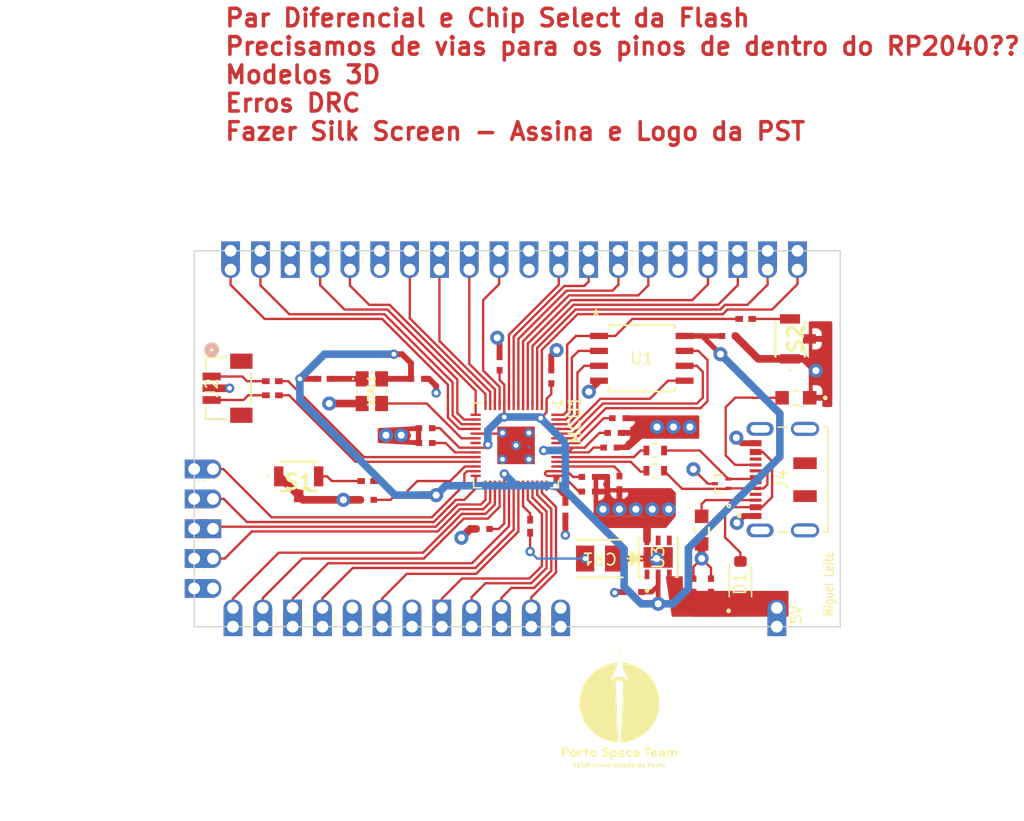
<source format=kicad_pcb>
(kicad_pcb (version 20241229) (generator "pcbnew") (generator_version "9.0")
  (layers (0 "F.Cu" signal) (4 "In1.Cu" signal) (6 "In2.Cu" signal) (2 "B.Cu" signal) (13 "F.Paste" user) (15 "B.Paste" user) (5 "F.SilkS" user "F.Silkscreen") (7 "B.SilkS" user "B.Silkscreen") (1 "F.Mask" user) (3 "B.Mask" user) (25 "Edge.Cuts" user))
  (net 0 "")
  (net 1 "Net-(MCU1-GPIO25)")
  (net 2 "GND")
  (net 3 "/RP2040 Standard/+5V")
  (net 4 "+3.3V")
  (net 5 "CRYSTAL")
  (net 6 "Net-(MCU1-RUN)")
  (net 7 "Net-(MCU1-VREG_VOUT)")
  (net 8 "/RP2040 Standard/GP22{slash}PWM3 A{slash}CLKIN 1")
  (net 9 "/RP2040 Standard/GP17{slash}SPI0 ~{CS}")
  (net 10 "/RP2040 Standard/GP3{slash}UART0 RTS")
  (net 11 "/RP2040 Standard/USB_DN")
  (net 12 "/RP2040 Standard/GP12{slash}I2C0 SDA")
  (net 13 "/RP2040 Standard/GP6{slash}UART1 CTS")
  (net 14 "/RP2040 Standard/GP15{slash}I2C1 SCL")
  (net 15 "/RP2040 Standard/MCU QSPI_SD0")
  (net 16 "Net-(MCU1-USB_DP)")
  (net 17 "/RP2040 Standard/MCU QSPI_SD3")
  (net 18 "/RP2040 Standard/GP18{slash}SPI0 SCK")
  (net 19 "/RP2040 Standard/GP11{slash}SPI1 MOSI")
  (net 20 "/RP2040 Standard/GP20{slash}PWM2 A{slash}CLKIN 0")
  (net 21 "Net-(MCU1-SWD)")
  (net 22 "/RP2040 Standard/GP5{slash}UART1 RX")
  (net 23 "Net-(MCU1-SWCLK)")
  (net 24 "/RP2040 Standard/GP0{slash}UART0 TX")
  (net 26 "/RP2040 Standard/GP26_ADC0")
  (net 27 "/RP2040 Standard/GP19{slash}SPI0 MOSI")
  (net 28 "/RP2040 Standard/GP10{slash}SPI1 SCK")
  (net 29 "/RP2040 Standard/GP2{slash}UART0 CTS")
  (net 30 "/RP2040 Standard/GP29_ADC3")
  (net 31 "/RP2040 Standard/GP28_ADC2")
  (net 32 "/RP2040 Standard/MCU QSPI_SCLK")
  (net 33 "/RP2040 Standard/GP8{slash}SPI1 MISO")
  (net 34 "/RP2040 Standard/GP27_ADC1")
  (net 35 "/RP2040 Standard/GP1{slash}UART0 RX")
  (net 36 "/RP2040 Standard/MCU QSPI_SD1")
  (net 37 "/RP2040 Standard/MCU QSPI_SS")
  (net 38 "/RP2040 Standard/GP21{slash}PWM2 B{slash}CLKOUT 0")
  (net 39 "/RP2040 Standard/GP14{slash}I2C1 SDA")
  (net 40 "/RP2040 Standard/GP13{slash}I2C0 SCL")
  (net 41 "/RP2040 Standard/GP24{slash}PWM4 A")
  (net 42 "/RP2040 Standard/GP7{slash}UART1 RTS")
  (net 43 "/RP2040 Standard/GP16{slash}SPI0 MISO")
  (net 44 "/RP2040 Standard/GP4{slash}UART1 TX")
  (net 45 "/RP2040 Standard/GP23{slash}PWM3 B{slash}CLKOUT 1")
  (net 46 "/RP2040 Standard/GP9{slash}SPI1 ~{CS}")
  (net 47 "/RP2040 Standard/MCU QSPI_SD2")
  (net 48 "Net-(CR1-Pad2)")
  (net 49 "Net-(J2-Pad3)")
  (net 50 "Net-(J2-Pad1)")
  (net 51 "Net-(MCU1-USB_DN)")
  (net 52 "/RP2040 Standard/USB_DP")
  (net 56 "Net-(XTAL1-TRI-STATE(STBY))")
  (net 57 "Net-(D1-PadA)")
  (net 62 "Net-(J4-CC2)")
  (net 63 "Net-(J4-CC1)")
  (net 68 "/RP2040 Standard/~{RST}")
  (net 69 "/RP2040 Standard/~{USB_BOOT}")
  (footprint "SWD_Con:CONN_BM03B-SRSS-TBLFSN_JST" (layer "F.Cu") (at 110.918332 105.7 90)
    (property "Reference" "J2")
    (property "Value" "BM03B-SRSS-TBLFSN")
  )
  (footprint "Diode-Schottky_PMEG2010ER:SODFL3517X110N" (layer "F.Cu") (at 154.5 122.05 90)
    (property "Reference" "D1")
    (property "Value" "PMEG2010ER" (hide yes))
  )
  (footprint "Capacitor-0402:Capacitor_0402" (layer "F.Cu") (at 132.5715 117.6785 180)
    (property "Reference" "CV10" (hide yes))
    (property "Value" "100nF")
  )
  (footprint "Capacitor-0402:Capacitor_0402" (layer "F.Cu") (at 144.1715 108.25 180)
    (property "Reference" "CV2" (hide yes))
    (property "Value" "100nF")
  )
  (footprint "Capacitor-0402:Capacitor_0402" (layer "F.Cu") (at 127.6985 109.1005 180)
    (property "Reference" "CV14" (hide yes))
    (property "Value" "100nF")
  )
  (footprint "Package_DFN_QFN:QFN-56-1EP_7x7mm_P0.4mm_EP3.2x3.2mm" (layer "F.Cu") (at 135.4 110.5625 -90)
    (property "Reference" "MCU1")
    (property "Value" "RP2040")
  )
  (footprint "ESD7L5-Diode:SOT-723_0P85X1P25_ONS" (layer "F.Cu") (at 152.899 113.824001 90)
    (property "Reference" "U2" (hide yes))
    (property "Value" "ESD7L5.0DT5G")
  )
  (footprint "LED-Green_VLMC3100-GS08:LED_PLCC_VSMB" (layer "F.Cu") (at 142.5142 120.2 180)
    (property "Reference" "CR1")
    (property "Value" "VLMC3100-GS08")
  )
  (footprint "Capacitor-0402:Capacitor_0402" (layer "F.Cu") (at 138.4 104.7285 90)
    (property "Reference" "CV7" (hide yes))
    (property "Value" "100nF")
  )
  (footprint "Capacitor-0402:Capacitor_0402" (layer "F.Cu") (at 153.5 101.25)
    (property "Reference" "CV18" (hide yes))
    (property "Value" "100nF")
  )
  (footprint "LDO ST1L05A:DFN_5APU33R_STM" (layer "F.Cu") (at 147.5 120.1022 90)
    (property "Reference" "U3")
    (property "Value" "ST1L05APU33R")
  )
  (footprint "Resistor-0805:RES_0805" (layer "F.Cu") (at 151.2 117.775 90)
    (property "Reference" "R11" (hide yes))
    (property "Value" "5k1" (hide yes))
  )
  (footprint "Resistor-0402:RES_0402" (layer "F.Cu") (at 114.652799 105.1)
    (property "Reference" "R4" (hide yes))
    (property "Value" "100")
  )
  (footprint "Capacitor-0402:Capacitor_0402" (layer "F.Cu") (at 143.4285 110.75)
    (property "Reference" "CV8" (hide yes))
    (property "Value" "100nF")
  )
  (footprint "Pico_Conn1x1:Pico_01pin" (layer "F.Cu") (at 136.7 124.3998 90)
    (property "Reference" "J7" (hide yes))
    (property "Value" "Conn_01x01_Socket")
  )
  (footprint "Resistor-0402:RES_0402" (layer "F.Cu") (at 114.662132 106.3)
    (property "Reference" "R5" (hide yes))
    (property "Value" "100")
  )
  (footprint "Capacitor-0402:Capacitor_0402" (layer "F.Cu") (at 134 103.6 90)
    (property "Reference" "CV12" (hide yes))
    (property "Value" "100nF")
  )
  (footprint "Pico_Conn1x20:Pico_20pin" (layer "F.Cu") (at 159.36 95.6002 -90)
    (property "Reference" "J1" (hide yes))
    (property "Value" "Conn_01x20_Socket")
  )
  (footprint "Resistor-0402:RES_0402" (layer "F.Cu") (at 126.71425 114.8 180)
    (property "Reference" "R1" (hide yes))
    (property "Value" "1k")
  )
  (footprint "Capacitor-0402:Capacitor_0402" (layer "F.Cu") (at 143.7715 109.5)
    (property "Reference" "CV11" (hide yes))
    (property "Value" "100nF")
  )
  (footprint "E-Switch_Small:TL1017AABF160QG" (layer "F.Cu") (at 116.9 113.2)
    (property "Reference" "S1")
    (property "Value" "TL1017AABF160QG" (hide yes))
  )
  (footprint "Capacitor-0402:Capacitor_0402" (layer "F.Cu") (at 127.6985 110.363)
    (property "Reference" "CV4" (hide yes))
    (property "Value" "100nF")
  )
  (footprint "E-Switch_Small:TL1017AABF160QG" (layer "F.Cu") (at 158.725 101.5 90)
    (property "Reference" "S2")
    (property "Value" "TL1017AABF160QG" (hide yes))
  )
  (footprint "Pico_Conn1x1:Pico_01pin" (layer "F.Cu") (at 157.6 124.3998 90)
    (property "Reference" "J9" (hide yes))
    (property "Value" "Conn_01x01_Socket")
  )
  (footprint "Resistor-0603:RES_0603" (layer "F.Cu") (at 147.25 111 180)
    (property "Reference" "R2" (hide yes))
    (property "Value" "27")
  )
  (footprint "Resistor-0402:RES_0402" (layer "F.Cu") (at 136.6 117.447201 -90)
    (property "Reference" "R8" (hide yes))
    (property "Value" "665")
  )
  (footprint "AS12MHz:ASE24576MHZLCT" (layer "F.Cu") (at 123.125 105.95 -90)
    (property "Reference" "XTAL1")
    (property "Value" "ASE-12.000MHZ-LC-T" (hide yes))
  )
  (footprint "Capacitor-0402:Capacitor_0402" (layer "F.Cu") (at 150.5 122.4785 -90)
    (property "Reference" "CV17" (hide yes))
    (property "Value" "1uF")
  )
  (footprint "Capacitor-0402:Capacitor_0402" (layer "F.Cu") (at 141.5715 113.25)
    (property "Reference" "CV6" (hide yes))
    (property "Value" "1uF")
  )
  (footprint "Symbols Lib:LogoPST" (layer "F.Cu") (at 144.2 133)
    (property "Reference" "G***" (hide yes))
    (property "Value" "LOGO" (hide yes))
  )
  (footprint "Resistor-0603:RES_0603" (layer "F.Cu") (at 147.25 112.724 180)
    (property "Reference" "R3" (hide yes))
    (property "Value" "27")
  )
  (footprint "USBC-DX07S016JA1:JAE_DX07S016JA1R1500" (layer "F.Cu") (at 156.9 113.48 90)
    (property "Reference" "J4")
    (property "Value" "DX07S016JA1R1500")
    (fp_line (start 2.875 -0.315) (end 3.125 -0.315) (stroke (width 0.01)) (layer "Edge.Cuts"))
    (fp_line (start 3.125 0.315) (end 2.875 0.315) (stroke (width 0.01)) (layer "Edge.Cuts"))
    (fp_arc (start 3.125 -0.315) (mid 3.347739 -0.222739) (end 3.44 0) (stroke (width 0.01)) (layer "Edge.Cuts"))
    (fp_arc (start 3.44 0) (mid 3.347739 0.222739) (end 3.125 0.315) (stroke (width 0.01)) (layer "Edge.Cuts"))
    (fp_arc (start 2.56 0) (mid 2.652261 -0.222739) (end 2.875 -0.315) (stroke (width 0.01)) (layer "Edge.Cuts"))
    (fp_arc (start 2.875 0.315) (mid 2.652261 0.222739) (end 2.56 0) (stroke (width 0.01)) (layer "Edge.Cuts"))
  )
  (footprint "Capacitor-0402:Capacitor_0402" (layer "F.Cu") (at 152 122.4785 -90)
    (property "Reference" "CV15" (hide yes))
    (property "Value" "4.7uF")
  )
  (footprint "Pico_Conn1x5:Pico_05pin" (layer "F.Cu") (at 124 124.3998 90)
    (property "Reference" "J6" (hide yes))
    (property "Value" "Conn_01x05_Socket")
  )
  (footprint "Resistor-0402:RES_0402" (layer "F.Cu") (at 122.761451 113.6)
    (property "Reference" "R6" (hide yes))
    (property "Value" "1k")
  )
  (footprint "Resistor-0805:RES_0805" (layer "F.Cu") (at 159.224 106.514 180)
    (property "Reference" "R9" (hide yes))
    (property "Value" "5k1" (hide yes))
  )
  (footprint "Capacitor-0402:Capacitor_0402" (layer "F.Cu") (at 141.5715 114.5)
    (property "Reference" "CV5" (hide yes))
    (property "Value" "100nF")
  )
  (footprint "Capacitor-0402:Capacitor_0402" (layer "F.Cu") (at 127.0285 104.9)
    (property "Reference" "CV13" (hide yes))
    (property "Value" "1uF")
  )
  (footprint "Pico_Conn1x5:Pico_05pin" (layer "F.Cu") (at 111.3 124.3998 90)
    (property "Reference" "J5" (hide yes))
    (property "Value" "Conn_01x05_Socket")
  )
  (footprint "Capacitor-0402:Capacitor_0402" (layer "F.Cu") (at 145.5 123.05)
    (property "Reference" "CV16" (hide yes))
    (property "Value" "4.7uF")
  )
  (footprint "Pico_Conn1x5:Pico_05pin" (layer "F.Cu") (at 109.6 112.58)
    (property "Reference" "J3" (hide yes))
    (property "Value" "Conn_01x05_Socket")
  )
  (footprint "NOR Flash:SOIC_208MIL_WIN" (layer "F.Cu") (at 146.1051 103.155)
    (property "Reference" "U1")
    (property "Value" "W25Q128JVSIQ TR")
  )
  (footprint "Pico_Conn1x1:Pico_01pin" (layer "F.Cu") (at 139.2 124.3998 90)
    (property "Reference" "J8" (hide yes))
    (property "Value" "Conn_01x01_Socket")
  )
  (footprint "Resistor-0402:RES_0402" (layer "F.Cu") (at 154.947201 99.8 180)
    (property "Reference" "R10" (hide yes))
    (property "Value" "1k")
  )
  (footprint "Resistor-0402:RES_0402" (layer "F.Cu") (at 119.047201 104.9 180)
    (property "Reference" "R7" (hide yes))
    (property "Value" "10k")
  )
  (footprint "Capacitor-0402:Capacitor_0402" (layer "F.Cu") (at 144.2 113.75 -90)
    (property "Reference" "CV3" (hide yes))
    (property "Value" "1uF")
  )
  (footprint "Capacitor-0402:Capacitor_0402" (layer "F.Cu") (at 122.71425 115.2 180)
    (property "Reference" "CV1" (hide yes))
    (property "Value" "1uF")
  )
  (footprint "Capacitor-0402:Capacitor_0402" (layer "F.Cu") (at 139.6 116 -90)
    (property "Reference" "CV9" (hide yes))
    (property "Value" "100nF")
  )
  (gr_poly (pts (xy 148.75 125.05) (xy 158.5 125.05) (xy 158.5 123.05) (xy 149.5 123.05) (xy 149.5 121.8) (xy 148.25 121.8)) (stroke (width 0.2)) (fill yes) (layer "F.Cu") (net 3))
  (gr_rect (start 108 94) (end 163 126) (stroke (width 0.1)) (fill no) (layer "Edge.Cuts"))
  (gr_text "Par Diferencial e Chip Select da Flash\nPrecisamos de vias para os pinos de dentro do RP2040??\nModelos 3D\nErros DRC\nFazer Silk Screen - Assina e Logo da PST" (at 110.49 84.709 0) (layer "F.Cu") (effects (font (size 1.5 1.5) (thickness 0.3) (bold yes)) (justify left bottom)))
  (gr_text "IO24" (at 125.2 125.9 90) (layer "F.SilkS") (effects (font (size 0.25 0.25) (thickness 0.025)) (justify left bottom)))
  (gr_text "5V" (at 159.8 125.9 90) (layer "F.SilkS") (effects (font (size 0.9 0.9)) (justify left bottom)))
  (gr_text "IO8" (at 135.16 95 90) (layer "F.SilkS") (effects (font (size 0.25 0.25) (thickness 0.025)) (justify left bottom)))
  (gr_text "IO21" (at 115.04 125.9 90) (layer "F.SilkS") (effects (font (size 0.25 0.25) (thickness 0.025)) (justify left bottom)))
  (gr_text "IO12" (at 122.46 95 90) (layer "F.SilkS") (effects (font (size 0.25 0.25) (thickness 0.025)) (justify left bottom)))
  (gr_text "IO6" (at 142.78 95 90) (layer "F.SilkS") (effects (font (size 0.25 0.25) (thickness 0.025)) (justify left bottom)))
  (gr_text "IO1" (at 158.02 95 90) (layer "F.SilkS") (effects (font (size 0.25 0.25) (thickness 0.025)) (justify left bottom)))
  (gr_text "IO3" (at 152.94 95 90) (layer "F.SilkS") (effects (font (size 0.25 0.25) (thickness 0.025)) (justify left bottom)))
  (gr_text "IO27" (at 132.82 125.9 90) (layer "F.SilkS") (effects (font (size 0.25 0.25) (thickness 0.025)) (justify left bottom)))
  (gr_text "IO2" (at 155.48 95 90) (layer "F.SilkS") (effects (font (size 0.25 0.25) (thickness 0.025)) (justify left bottom)))
  (gr_text "IO19" (at 108.1 121.4 0) (layer "F.SilkS") (effects (font (size 0.25 0.25) (thickness 0.025)) (justify left bottom)))
  (gr_text "IO15" (at 112.3 95 90) (layer "F.SilkS") (effects (font (size 0.25 0.25) (thickness 0.025)) (justify left bottom)))
  (gr_text "Miguel Leite" (at 162.5 125.2 90) (layer "F.SilkS") (effects (font (size 0.8 0.6) (thickness 0.12) (bold yes)) (justify left bottom)))
  (gr_text "IO9" (at 132.62 95 90) (layer "F.SilkS") (effects (font (size 0.25 0.25) (thickness 0.025)) (justify left bottom)))
  (gr_text "IO28" (at 135.36 125.9 90) (layer "F.SilkS") (effects (font (size 0.25 0.25) (thickness 0.025)) (justify left bottom)))
  (gr_text "IO26\n" (at 130.28 125.9 90) (layer "F.SilkS") (effects (font (size 0.25 0.25) (thickness 0.025)) (justify left bottom)))
  (gr_text "IO23" (at 120.1 125.9 90) (layer "F.SilkS") (effects (font (size 0.25 0.25) (thickness 0.025)) (justify left bottom)))
  (gr_text "IO20" (at 112.5 125.9 90) (layer "F.SilkS") (effects (font (size 0.25 0.25) (thickness 0.025)) (justify left bottom)))
  (gr_text "IO11" (at 127.54 95 90) (layer "F.SilkS") (effects (font (size 0.25 0.25) (thickness 0.025)) (justify left bottom)))
  (gr_text "IO10" (at 130.08 95 90) (layer "F.SilkS") (effects (font (size 0.25 0.25) (thickness 0.025)) (justify left bottom)))
  (gr_text "IO29" (at 137.9 125.9 90) (layer "F.SilkS") (effects (font (size 0.25 0.25) (thickness 0.025)) (justify left bottom)))
  (gr_text "IO22" (at 117.58 125.9 90) (layer "F.SilkS") (effects (font (size 0.25 0.25) (thickness 0.025)) (justify left bottom)))
  (gr_text "IO18" (at 108.1 118.86 0) (layer "F.SilkS") (effects (font (size 0.25 0.25) (thickness 0.025)) (justify left bottom)))
  (gr_text "IO17" (at 108.1 116.32 0) (layer "F.SilkS") (effects (font (size 0.25 0.25) (thickness 0.025)) (justify left bottom)))
  (gr_text "IO4" (at 147.86 95 90) (layer "F.SilkS") (effects (font (size 0.25 0.25) (thickness 0.025)) (justify left bottom)))
  (gr_text "IO16" (at 108.1 113.78 0) (layer "F.SilkS") (effects (font (size 0.25 0.25) (thickness 0.025)) (justify left bottom)))
  (gr_text "IO5" (at 145.32 95 90) (layer "F.SilkS") (effects (font (size 0.25 0.25) (thickness 0.025)) (justify left bottom)))
  (gr_text "IO13" (at 119.92 95 90) (layer "F.SilkS") (effects (font (size 0.25 0.25) (thickness 0.025)) (justify left bottom)))
  (gr_text "IO7" (at 140.24 95 90) (layer "F.SilkS") (effects (font (size 0.25 0.25) (thickness 0.025)) (justify left bottom)))
  (gr_text "IO0" (at 160.56 95 90) (layer "F.SilkS") (effects (font (size 0.25 0.25) (thickness 0.025)) (justify left bottom)))
  (gr_text "IO14" (at 114.84 95 90) (layer "F.SilkS") (effects (font (size 0.25 0.25) (thickness 0.025)) (justify left bottom)))
  (segment (start 136.6 116.35) (end 136.6 116.894402) (width 0.2) (layer "F.Cu") (net 1))
  (segment (start 136 114) (end 136 115.75) (width 0.2) (layer "F.Cu") (net 1))
  (segment (start 136 115.75) (end 136.6 116.35) (width 0.2) (layer "F.Cu") (net 1))
  (segment (start 116.9 114.85) (end 117.25 115.2) (width 0.65) (layer "F.Cu") (net 2))
  (segment (start 119.5 107) (end 122.3 107) (width 0.65) (layer "F.Cu") (net 2))
  (segment (start 122.14275 115.2) (end 120.71425 115.2) (width 0.65) (layer "F.Cu") (net 2))
  (segment (start 155.8 116.58) (end 154.779 116.58) (width 0.5) (layer "F.Cu") (net 2))
  (segment (start 154.62 110.38) (end 154.15 109.91) (width 0.5) (layer "F.Cu") (net 2))
  (segment (start 128 104.9) (end 128.6 105.5) (width 0.5) (layer "F.Cu") (net 2))
  (segment (start 156.0215 103.2) (end 158.725 103.2) (width 0.65) (layer "F.Cu") (net 2))
  (segment (start 141.6 106) (end 141.6 105.9202) (width 0.2) (layer "F.Cu") (net 2))
  (segment (start 131.9625 109.5625) (end 134.1875 109.5625) (width 0.2) (layer "F.Cu") (net 2))
  (segment (start 142.4602 105.06) (end 142.4602 105.1398) (width 0.5) (layer "F.Cu") (net 2))
  (segment (start 144.9285 123.05) (end 143.85 123.05) (width 0.5) (layer "F.Cu") (net 2))
  (segment (start 128.6 105.5) (end 128.6 106.1) (width 0.5) (layer "F.Cu") (net 2))
  (segment (start 131.5 117.6785) (end 132 117.6785) (width 0.65) (layer "F.Cu") (net 2))
  (segment (start 139.55 116.5715) (end 139.6 116.5715) (width 0.2) (layer "F.Cu") (net 2))
  (segment (start 144.5 110.75) (end 144 110.75) (width 0.2) (layer "F.Cu") (net 2))
  (segment (start 159.925 103.2) (end 160.925 104.2) (width 0.65) (layer "F.Cu") (net 2))
  (segment (start 155.8 110.38) (end 154.62 110.38) (width 0.5) (layer "F.Cu") (net 2))
  (segment (start 142.4602 105.1398) (end 141.6 106) (width 0.5) (layer "F.Cu") (net 2))
  (segment (start 117.25 115.2) (end 120.71425 115.2) (width 0.65) (layer "F.Cu") (net 2))
  (segment (start 151.724001 113.824001) (end 150.5 112.6) (width 0.2) (layer "F.Cu") (net 2))
  (segment (start 144.8785 123.1) (end 144.9285 123.05) (width 0.25) (layer "F.Cu") (net 2))
  (segment (start 111.014931 105.699999) (end 109.489932 105.7) (width 0.65) (layer "F.Cu") (net 2))
  (segment (start 151.2 120.2) (end 151.2 118.95) (width 0.65) (layer "F.Cu") (net 2))
  (segment (start 127.6 104.9) (end 128 104.9) (width 0.5) (layer "F.Cu") (net 2))
  (segment (start 154.779 116.58) (end 154.199 117.16) (width 0.5) (layer "F.Cu") (net 2))
  (segment (start 138.4 102.905691) (end 138.85 102.455691) (width 0.5) (layer "F.Cu") (net 2))
  (segment (start 152 121) (end 152 121.907) (width 0.2) (layer "F.Cu") (net 2))
  (segment (start 145.9285 108.75) (end 145.1785 109.5) (width 0.2) (layer "F.Cu") (net 2))
  (segment (start 150.5 120.9) (end 150.5 121.907) (width 0.2) (layer "F.Cu") (net 2))
  (segment (start 152.3275 113.824001) (end 151.724001 113.824001) (width 0.2) (layer "F.Cu") (net 2))
  (segment (start 138.4 104.157) (end 138.4 102.905691) (width 0.5) (layer "F.Cu") (net 2))
  (segment (start 115.2 113.2) (end 115.25 113.2) (width 0.65) (layer "F.Cu") (net 2))
  (segment (start 134 101.6) (end 133.8 101.4) (width 0.5) (layer "F.Cu") (net 2))
  (segment (start 151.199 120.201) (end 150.5 120.9) (width 0.2) (layer "F.Cu") (net 2))
  (segment (start 115.25 113.2) (end 116.9 114.85) (width 0.65) (layer "F.Cu") (net 2))
  (segment (start 147.4022 120.2) (end 147.5 120.1022) (width 0.5) (layer "F.Cu") (net 2))
  (segment (start 139.6 118.2) (end 139.6 116.5715) (width 0.5) (layer "F.Cu") (net 2))
  (segment (start 145.1785 109.5) (end 144.4285 109.5) (width 0.2) (layer "F.Cu") (net 2))
  (segment (start 139.6 116.6215) (end 139.55 116.5715) (width 0.2) (layer "F.Cu") (net 2))
  (segment (start 151.199 120.199) (end 152 121) (width 0.2) (layer "F.Cu") (net 2))
  (segment (start 158.725 103.2) (end 159.925 103.2) (width 0.65) (layer "F.Cu") (net 2))
  (segment (start 143.85 123.05) (end 143.8 123.1) (width 0.25) (layer "F.Cu") (net 2))
  (segment (start 143.7461 120.2) (end 147.4022 120.2) (width 0.5) (layer "F.Cu") (net 2))
  (segment (start 130.75 118.4285) (end 131.5 117.6785) (width 0.65) (layer "F.Cu") (net 2))
  (segment (start 146.5 108.75) (end 144.5 110.75) (width 0.2) (layer "F.Cu") (net 2))
  (segment (start 154.0715 101.25) (end 156.0215 103.2) (width 0.65) (layer "F.Cu") (net 2))
  (segment (start 120.66425 115.25) (end 120.71425 115.2) (width 0.2) (layer "F.Cu") (net 2))
  (segment (start 134.1875 109.5625) (end 134.25 109.5) (width 0.2) (layer "F.Cu") (net 2))
  (segment (start 146.549999 118.6544) (end 146.549999 116.749999) (width 0.65) (layer "F.Cu") (net 2))
  (segment (start 134 103.0285) (end 134 101.6) (width 0.5) (layer "F.Cu") (net 2))
  (via (at 130.75 118.4285) (size 1.2) (drill 0.6) (layers "F.Cu" "B.Cu") (net 2))
  (via (at 150.2 109) (size 1.2) (drill 0.6) (layers "F.Cu" "B.Cu") (net 2))
  (via (at 147.4 109) (size 1.2) (drill 0.6) (layers "F.Cu" "B.Cu") (net 2))
  (via (at 142.8 116) (size 1.2) (drill 0.6) (layers "F.Cu" "B.Cu") (net 2))
  (via (at 147.3631 120.201101) (size 1.2) (drill 0.6) (layers "F.Cu" "B.Cu") (net 2))
  (via (at 160.925 104.2) (size 1.2) (drill 0.6) (layers "F.Cu" "B.Cu") (net 2))
  (via (at 136.5 111.75) (size 0.8) (drill 0.4) (layers "F.Cu" "B.Cu") (net 2))
  (via (at 141.6 106) (size 1.2) (drill 0.6) (layers "F.Cu" "B.Cu") (net 2))
  (via (at 150.5 112.6) (size 1.2) (drill 0.6) (layers "F.Cu" "B.Cu") (net 2))
  (via (at 151.2 120.2) (size 1.2) (drill 0.6) (layers "F.Cu" "B.Cu") (net 2))
  (via (at 111.014931 105.699999) (size 0.8) (drill 0.4) (layers "F.Cu" "B.Cu") (net 2))
  (via (at 136.5 109.5) (size 0.8) (drill 0.4) (layers "F.Cu" "B.Cu") (net 2))
  (via (at 148.8 109) (size 1.2) (drill 0.6) (layers "F.Cu" "B.Cu") (net 2))
  (via (at 125.627 109.7005) (size 1.2) (drill 0.6) (layers "F.Cu" "B.Cu") (net 2))
  (via (at 143.8 123.1) (size 0.8) (drill 0.4) (layers "F.Cu" "B.Cu") (net 2))
  (via (at 134.25 111.75) (size 0.8) (drill 0.4) (layers "F.Cu" "B.Cu") (net 2))
  (via (at 148.4 116) (size 1.2) (drill 0.6) (layers "F.Cu" "B.Cu") (net 2))
  (via (at 154.199 117.16) (size 1.2) (drill 0.6) (layers "F.Cu" "B.Cu") (net 2))
  (via (at 154.15 109.91) (size 1.2) (drill 0.6) (layers "F.Cu" "B.Cu") (net 2))
  (via (at 128.6 106.1) (size 0.8) (drill 0.4) (layers "F.Cu" "B.Cu") (net 2))
  (via (at 144.2 116) (size 1.2) (drill 0.6) (layers "F.Cu" "B.Cu") (net 2))
  (via (at 120.7 115.2) (size 1.2) (drill 0.6) (layers "F.Cu" "B.Cu") (net 2))
  (via (at 119.5 107) (size 1.2) (drill 0.6) (layers "F.Cu" "B.Cu") (net 2))
  (via (at 135.4 110.5625) (size 0.8) (drill 0.4) (layers "F.Cu" "B.Cu") (net 2))
  (via (at 134.25 109.5) (size 0.8) (drill 0.4) (layers "F.Cu" "B.Cu") (net 2))
  (via (at 138.85 102.455691) (size 1.2) (drill 0.6) (layers "F.Cu" "B.Cu") (net 2))
  (via (at 145.6 116) (size 1.2) (drill 0.6) (layers "F.Cu" "B.Cu") (net 2))
  (via (at 147 116) (size 1.2) (drill 0.6) (layers "F.Cu" "B.Cu") (net 2))
  (via (at 124.327 109.7005) (size 1.2) (drill 0.6) (layers "F.Cu" "B.Cu") (net 2))
  (via (at 139.6 118.2) (size 0.8) (drill 0.4) (layers "F.Cu" "B.Cu") (net 2))
  (via (at 133.8 101.4) (size 1.2) (drill 0.6) (layers "F.Cu" "B.Cu") (net 2))
  (segment (start 150.5 123.05) (end 150.5 124.55) (width 0.2) (layer "F.Cu") (net 3))
  (segment (start 151 125.05) (end 152.5 125.05) (width 0.2) (layer "F.Cu") (net 3))
  (segment (start 150.5 124.55) (end 151 125.05) (width 0.2) (layer "F.Cu") (net 3))
  (segment (start 152 124.55) (end 152.5 125.05) (width 0.2) (layer "F.Cu") (net 3))
  (segment (start 152.5 125.05) (end 154 125.05) (width 0.2) (layer "F.Cu") (net 3))
  (segment (start 154.5 124.55) (end 154.5 123.655) (width 0.2) (layer "F.Cu") (net 3))
  (segment (start 154 125.05) (end 154.5 124.55) (width 0.2) (layer "F.Cu") (net 3))
  (segment (start 157.2052 123.655) (end 154.5 123.655) (width 1.2) (layer "F.Cu") (net 3))
  (segment (start 152 123.05) (end 152 124.55) (width 0.2) (layer "F.Cu") (net 3))
  (segment (start 148.450001 123.000001) (end 150 124.55) (width 0.2) (layer "F.Cu") (net 3))
  (segment (start 150.5 125.05) (end 151 125.05) (width 0.2) (layer "F.Cu") (net 3))
  (segment (start 150 124.55) (end 150.5 125.05) (width 0.2) (layer "F.Cu") (net 3))
  (segment (start 146.95 123.05) (end 147.5 122.5) (width 0.4) (layer "F.Cu") (net 4))
  (segment (start 126.457 103.557) (end 125.7 102.8) (width 0.5) (layer "F.Cu") (net 4))
  (segment (start 137.75 111.075) (end 137.8375 111.1625) (width 0.2) (layer "F.Cu") (net 4))
  (segment (start 140.75 114.5) (end 141 114.5) (width 0.2) (layer "F.Cu") (net 4))
  (segment (start 146.0715 123.05) (end 146.95 123.05) (width 0.4) (layer "F.Cu") (net 4))
  (segment (start 139.85 111.1625) (end 140.25 110.7625) (width 0.2) (layer "F.Cu") (net 4))
  (segment (start 138.8375 112.7625) (end 139.7625 112.7625) (width 0.2) (layer "F.Cu") (net 4))
  (segment (start 149.75 101.25) (end 151.4 101.25) (width 0.45) (layer "F.Cu") (net 4))
  (segment (start 132.7375 110.7625) (end 131.9625 110.7625) (width 0.2) (layer "F.Cu") (net 4))
  (segment (start 139.7625 112.7625) (end 140.25 113.25) (width 0.2) (layer "F.Cu") (net 4))
  (segment (start 130.5745 110.7625) (end 131.9625 110.7625) (width 0.2) (layer "F.Cu") (net 4))
  (segment (start 138 114) (end 138.75 114) (width 0.2) (layer "F.Cu") (net 4))
  (segment (start 138.75 114) (end 138.8375 113.9125) (width 0.2) (layer "F.Cu") (net 4))
  (segment (start 134.4 107.125) (end 134.4 108.15) (width 0.2) (layer "F.Cu") (net 4))
  (segment (start 140.25 113.25) (end 141 113.25) (width 0.2) (layer "F.Cu") (net 4))
  (segment (start 128.9125 109.1005) (end 130.5745 110.7625) (width 0.2) (layer "F.Cu") (net 4))
  (segment (start 138.75 114) (end 138.75 114.25) (width 0.2) (layer "F.Cu") (net 4))
  (segment (start 147.5 122.5) (end 147.5 124.05) (width 0.4) (layer "F.Cu") (net 4))
  (segment (start 138 106.6) (end 138.4 106.2) (width 0.2) (layer "F.Cu") (net 4))
  (segment (start 139.75 111.1625) (end 141.5875 111.1625) (width 0.2) (layer "F.Cu") (net 4))
  (segment (start 126.457 104.9) (end 126.457 103.557) (width 0.5) (layer "F.Cu") (net 4))
  (segment (start 128.27 109.1005) (end 128.9125 109.1005) (width 0.2) (layer "F.Cu") (net 4))
  (segment (start 137.875 113) (end 138.0375 113.1625) (width 0.2) (layer "F.Cu") (net 4))
  (segment (start 133.93225 117.6785) (end 133.143 117.6785) (width 0.2) (layer "F.Cu") (net 4))
  (segment (start 134.4 107.125) (end 134.4 105.4) (width 0.2) (layer "F.Cu") (net 4))
  (segment (start 138.0125 112.7625) (end 137.875 112.9) (width 0.2) (layer "F.Cu") (net 4))
  (segment (start 137.875 112.9) (end 137.875 113) (width 0.2) (layer "F.Cu") (net 4))
  (segment (start 137.75 110.999997) (end 137.75 111.075) (width 0.2) (layer "F.Cu") (net 4))
  (segment (start 138.8375 111.1625) (end 139.75 111.1625) (width 0.2) (layer "F.Cu") (net 4))
  (segment (start 134 105) (end 134 104.1715) (width 0.2) (layer "F.Cu") (net 4))
  (segment (start 138.8375 112.7625) (end 138.0125 112.7625) (width 0.2) (layer "F.Cu") (net 4))
  (segment (start 134.4 114) (end 134.4 113) (width 0.2) (layer "F.Cu") (net 4))
  (segment (start 134.4 117.21075) (end 133.93225 117.6785) (width 0.2) (layer "F.Cu") (net 4))
  (segment (start 138.8375 110.7625) (end 140.25 110.7625) (width 0.2) (layer "F.Cu") (net 4))
  (segment (start 142.5 109.5) (end 141.25 110.75) (width 0.2) (layer "F.Cu") (net 4))
  (segment (start 142 110.75) (end 142.857 110.75) (width 0.2) (layer "F.Cu") (net 4))
  (segment (start 147.5 121.55) (end 147.5 122.5) (width 0.4) (layer "F.Cu") (net 4))
  (segment (start 149.75 101.25) (end 151.25 101.25) (width 0.45) (layer "F.Cu") (net 4))
  (segment (start 138 107.125) (end 138 107.75) (width 0.2) (layer "F.Cu") (net 4))
  (segment (start 138.8375 113.9125) (end 138.8375 113.2825) (width 0.5) (layer "F.Cu") (net 4))
  (segment (start 134.4 105.4) (end 134 105) (width 0.2) (layer "F.Cu") (net 4))
  (segment (start 134.4 113) (end 134.4 112.85) (width 0.2) (layer "F.Cu") (net 4))
  (segment (start 125.7 102.8) (end 125 102.8) (width 0.5) (layer "F.Cu") (net 4))
  (segment (start 127.267049 114.8) (end 128.2 114.8) (width 0.65) (layer "F.Cu") (net 4))
  (segment (start 137.8375 111.1625) (end 138.8375 111.1625) (width 0.2) (layer "F.Cu") (net 4))
  (segment (start 123.95 104.9) (end 126.457 104.9) (width 0.5) (layer "F.Cu") (net 4))
  (segment (start 151.4 101.25) (end 152.9285 101.25) (width 0.45) (layer "F.Cu") (net 4))
  (segment (start 139.6 115.4285) (end 139.6 114.85) (width 0.5) (layer "F.Cu") (net 4))
  (segment (start 118.494402 104.9) (end 117 104.9) (width 0.5) (layer "F.Cu") (net 4))
  (segment (start 138 107.75) (end 137.5 108.25) (width 0.2) (layer "F.Cu") (net 4))
  (segment (start 134.4 114) (end 134.4 117.21075) (width 0.2) (layer "F.Cu") (net 4))
  (segment (start 138.8375 113.1625) (end 139.4125 113.1625) (width 0.2) (layer "F.Cu") (net 4))
  (segment (start 138.0375 113.1625) (end 138.8375 113.1625) (width 0.2) (layer "F.Cu") (net 4))
  (segment (start 139.75 111.1625) (end 139.85 111.1625) (width 0.2) (layer "F.Cu") (net 4))
  (segment (start 138 107.125) (end 138 106.6) (width 0.2) (layer "F.Cu") (net 4))
  (segment (start 138.4 106.2) (end 138.4 105.3) (width 0.2) (layer "F.Cu") (net 4))
  (segment (start 133 110.5) (end 132.7375 110.7625) (width 0.2) (layer "F.Cu") (net 4))
  (segment (start 139.4125 113.1625) (end 140.75 114.5) (width 0.2) (layer "F.Cu") (net 4))
  (segment (start 133 110.5) (end 133 110.75) (width 0.2) (layer "F.Cu") (net 4))
  (segment (start 141.5875 111.1625) (end 142 110.75) (width 0.2) (layer "F.Cu") (net 4))
  (segment (start 139.6 114.85) (end 138.75 114) (width 0.5) (layer "F.Cu") (net 4))
  (segment (start 142.5 109.5) (end 143.2855 109.5) (width 0.2) (layer "F.Cu") (net 4))
  (segment (start 141.25 110.75) (end 141.25 110.7625) (width 0.2) (layer "F.Cu") (net 4))
  (segment (start 140.25 110.7625) (end 141.25 110.7625) (width 0.2) (layer "F.Cu") (net 4))
  (segment (start 151.25 101.25) (end 152.8 102.8) (width 0.45) (layer "F.Cu") (net 4))
  (via (at 134.4 108.15) (size 0.8) (drill 0.4) (layers "F.Cu" "B.Cu") (net 4))
  (via (at 125 102.8) (size 0.8) (drill 0.4) (layers "F.Cu" "B.Cu") (net 4))
  (via (at 128.6 114.8) (size 1.2) (drill 0.6) (layers "F.Cu" "B.Cu") (net 4))
  (via (at 137.5 108.25) (size 0.8) (drill 0.4) (layers "F.Cu" "B.Cu") (net 4))
  (via (at 147.5 124.05) (size 1.2) (drill 0.6) (layers "F.Cu" "B.Cu") (net 4))
  (via (at 134.4 113) (size 0.8) (drill 0.4) (layers "F.Cu" "B.Cu") (net 4))
  (via (at 138.75 114) (size 0.8) (drill 0.4) (layers "F.Cu" "B.Cu") (net 4))
  (via (at 137.75 110.999997) (size 0.8) (drill 0.4) (layers "F.Cu" "B.Cu") (net 4))
  (via (at 152.8 102.8) (size 1.2) (drill 0.6) (layers "F.Cu" "B.Cu") (net 4))
  (via (at 117 104.9) (size 0.8) (drill 0.4) (layers "F.Cu" "B.Cu") (net 4))
  (via (at 133 110.5) (size 0.8) (drill 0.4) (layers "F.Cu" "B.Cu") (net 4))
  (segment (start 135.4 114) (end 129.4 114) (width 0.65) (layer "B.Cu") (net 4))
  (segment (start 117 104.9) (end 117 106.7) (width 0.65) (layer "B.Cu") (net 4))
  (segment (start 119.1 102.8) (end 117 104.9) (width 0.65) (layer "B.Cu") (net 4))
  (segment (start 135.4 114) (end 138.75 114) (width 0.65) (layer "B.Cu") (net 4))
  (segment (start 148.75 124.05) (end 147.5 124.05) (width 0.65) (layer "B.Cu") (net 4))
  (segment (start 133 109.3) (end 134.15 108.15) (width 0.65) (layer "B.Cu") (net 4))
  (segment (start 139.399997 110.999997) (end 137.75 110.999997) (width 0.65) (layer "B.Cu") (net 4))
  (segment (start 139.6 110.35) (end 139.6 111.2) (width 0.65) (layer "B.Cu") (net 4))
  (segment (start 137.5 108.25) (end 139.6 110.35) (width 0.65) (layer "B.Cu") (net 4))
  (segment (start 157.859 107.859) (end 157.859 111.541) (width 0.65) (layer "B.Cu") (net 4))
  (segment (start 129.4 114) (end 128.6 114.8) (width 0.65) (layer "B.Cu") (net 4))
  (segment (start 139.6 114.4) (end 144.6 119.4) (width 0.65) (layer "B.Cu") (net 4))
  (segment (start 134.4 108.15) (end 137.4 108.15) (width 0.65) (layer "B.Cu") (net 4))
  (segment (start 139.2 114) (end 138.75 114) (width 0.65) (layer "B.Cu") (net 4))
  (segment (start 144.6 119.4) (end 144.6 122.6) (width 0.65) (layer "B.Cu") (net 4))
  (segment (start 125 102.8) (end 119.1 102.8) (width 0.65) (layer "B.Cu") (net 4))
  (segment (start 133 110.5) (end 133 109.3) (width 0.65) (layer "B.Cu") (net 4))
  (segment (start 139.6 111.2) (end 139.399997 110.999997) (width 0.65) (layer "B.Cu") (net 4))
  (segment (start 139.6 111.2) (end 139.6 114.4) (width 0.65) (layer "B.Cu") (net 4))
  (segment (start 146.05 124.05) (end 147.5 124.05) (width 0.65) (layer "B.Cu") (net 4))
  (segment (start 144.6 122.6) (end 146.05 124.05) (width 0.65) (layer "B.Cu") (net 4))
  (segment (start 134.15 108.15) (end 134.4 108.15) (width 0.65) (layer "B.Cu") (net 4))
  (segment (start 157.859 111.541) (end 150.073 119.327) (width 0.65) (layer "B.Cu") (net 4))
  (segment (start 117 106.7) (end 125.1 114.8) (width 0.65) (layer "B.Cu") (net 4))
  (segment (start 134.4 113) (end 135.4 114) (width 0.65) (layer "B.Cu") (net 4))
  (segment (start 125.1 114.8) (end 128.6 114.8) (width 0.65) (layer "B.Cu") (net 4))
  (segment (start 137.4 108.15) (end 137.5 108.25) (width 0.65) (layer "B.Cu") (net 4))
  (segment (start 152.8 102.8) (end 157.859 107.859) (width 0.65) (layer "B.Cu") (net 4))
  (segment (start 139.6 114.4) (end 139.2 114) (width 0.65) (layer "B.Cu") (net 4))
  (segment (start 150.073 122.727) (end 148.75 124.05) (width 0.65) (layer "B.Cu") (net 4))
  (segment (start 150.073 119.327) (end 150.073 122.727) (width 0.65) (layer "B.Cu") (net 4))
  (segment (start 131.9625 109.9625) (end 130.7625 109.9625) (width 0.2) (layer "F.Cu") (net 5))
  (segment (start 127.8 107) (end 123.95 107) (width 0.2) (layer "F.Cu") (net 5))
  (segment (start 130.7625 109.9625) (end 127.8 107) (width 0.2) (layer "F.Cu") (net 5))
  (segment (start 131.0375 112.3625) (end 129.8 113.6) (width 0.2) (layer "F.Cu") (net 6))
  (segment (start 127 113.6) (end 126.161451 114.438549) (width 0.2) (layer "F.Cu") (net 6))
  (segment (start 125.11425 114.8) (end 126.11425 114.8) (width 0.2) (layer "F.Cu") (net 6))
  (segment (start 123.31425 113.6) (end 123.91425 113.6) (width 0.2) (layer "F.Cu") (net 6))
  (segment (start 129.8 113.6) (end 127 113.6) (width 0.2) (layer "F.Cu") (net 6))
  (segment (start 123.28575 115.2) (end 124.71425 115.2) (width 0.2) (layer "F.Cu") (net 6))
  (segment (start 126.161451 114.438549) (end 126.161451 114.8) (width 0.2) (layer "F.Cu") (net 6))
  (segment (start 131.9625 112.3625) (end 131.0375 112.3625) (width 0.2) (layer "F.Cu") (net 6))
  (segment (start 123.91425 113.6) (end 125.11425 114.8) (width 0.2) (layer "F.Cu") (net 6))
  (segment (start 124.71425 115.2) (end 125.11425 114.8) (width 0.2) (layer "F.Cu") (net 6))
  (segment (start 140.75 110.3625) (end 142.8625 108.25) (width 0.2) (layer "F.Cu") (net 7))
  (segment (start 129.413 110.363) (end 128.27 110.363) (width 0.2) (layer "F.Cu") (net 7))
  (segment (start 138.8375 112.3625) (end 143.7625 112.3625) (width 0.2) (layer "F.Cu") (net 7))
  (segment (start 138.8375 110.3625) (end 140.75 110.3625) (width 0.2) (layer "F.Cu") (net 7))
  (segment (start 131.9625 111.1625) (end 130.2125 111.1625) (width 0.2) (layer "F.Cu") (net 7))
  (segment (start 142.8625 108.25) (end 143.657 108.25) (width 0.2) (layer "F.Cu") (net 7))
  (segment (start 144.2 112.8) (end 144.2 113.1785) (width 0.2) (layer "F.Cu") (net 7))
  (segment (start 143.7625 112.3625) (end 144.2 112.8) (width 0.2) (layer "F.Cu") (net 7))
  (segment (start 130.2125 111.1625) (end 129.413 110.363) (width 0.2) (layer "F.Cu") (net 7))
  (segment (start 136.5 110.75) (end 136.5 110.7) (width 0.2) (layer "B.Cu") (net 7))
  (segment (start 134.8 114) (end 134.8 117.45) (width 0.2) (layer "F.Cu") (net 8))
  (segment (start 119.4 120.6) (end 116.4 123.6) (width 0.2) (layer "F.Cu") (net 8))
  (segment (start 134.8 117.45) (end 131.65 120.6) (width 0.2) (layer "F.Cu") (net 8))
  (segment (start 116.4 124.3798) (end 116.38 124.3998) (width 0.2) (layer "F.Cu") (net 8))
  (segment (start 131.65 120.6) (end 119.4 120.6) (width 0.2) (layer "F.Cu") (net 8))
  (segment (start 116.4 123.6) (end 116.4 124.3798) (width 0.2) (layer "F.Cu") (net 8))
  (segment (start 131.9625 113.1625) (end 131.9625 114.2375) (width 0.2) (layer "F.Cu") (net 9))
  (segment (start 112.48845 117.08845) (end 110.52 115.12) (width 0.2) (layer "F.Cu") (net 9))
  (segment (start 130.2856 115.196) (end 128.39315 117.08845) (width 0.2) (layer "F.Cu") (net 9))
  (segment (start 128.39315 117.08845) (end 112.48845 117.08845) (width 0.2) (layer "F.Cu") (net 9))
  (segment (start 110.52 115.12) (end 109.6 115.12) (width 0.2) (layer "F.Cu") (net 9))
  (segment (start 131.9625 114.2375) (end 131.004 115.196) (width 0.2) (layer "F.Cu") (net 9))
  (segment (start 131.004 115.196) (end 130.2856 115.196) (width 0.2) (layer "F.Cu") (net 9))
  (segment (start 136.4 107.125) (end 136.4 102) (width 0.2) (layer "F.Cu") (net 10))
  (segment (start 136.4 102) (end 136.4 101.9316) (width 0.2) (layer "F.Cu") (net 10))
  (segment (start 150.404 98.196) (end 151.74 96.86) (width 0.2) (layer "F.Cu") (net 10))
  (segment (start 140.1 98.2) (end 140.1316 98.2) (width 0.2) (layer "F.Cu") (net 10))
  (segment (start 136.4 102) (end 136.4 101.9) (width 0.2) (layer "F.Cu") (net 10))
  (segment (start 151.74 96.86) (end 151.74 95.6002) (width 0.2) (layer "F.Cu") (net 10))
  (segment (start 136.4 101.9) (end 140.1 98.2) (width 0.2) (layer "F.Cu") (net 10))
  (segment (start 140.1356 98.196) (end 150.404 98.196) (width 0.2) (layer "F.Cu") (net 10))
  (segment (start 140.1316 98.2) (end 140.1356 98.196) (width 0.2) (layer "F.Cu") (net 10))
  (segment (start 149.101743 113.825743) (end 149.540701 114.264701) (width 0.2) (layer "F.Cu") (net 11))
  (segment (start 155.8 114.23) (end 156.47 114.23) (width 0.2) (layer "F.Cu") (net 11))
  (segment (start 156.47 114.23) (end 156.8 113.9) (width 0.2) (layer "F.Cu") (net 11))
  (segment (start 155.794 114.224) (end 155.8 114.23) (width 0.2) (layer "F.Cu") (net 11))
  (segment (start 150.955628 114.264701) (end 150.947467 114.264701) (width 0.2) (layer "F.Cu") (net 11))
  (segment (start 149.540701 114.264701) (end 149.902814 114.264701) (width 0.2) (layer "F.Cu") (net 11))
  (segment (start 148.824257 113.548257) (end 149.101743 113.825743) (width 0.2) (layer "F.Cu") (net 11))
  (segment (start 148 112.724) (end 148.824257 113.548257) (width 0.2) (layer "F.Cu") (net 11))
  (segment (start 151.747279 114.264701) (end 150.955628 114.264701) (width 0.2) (layer "F.Cu") (net 11))
  (segment (start 156.53 112.73) (end 155.8 112.73) (width 0.2) (layer "F.Cu") (net 11))
  (segment (start 156.8 113.9) (end 156.8 113) (width 0.2) (layer "F.Cu") (net 11))
  (segment (start 156.8 113) (end 156.53 112.73) (width 0.2) (layer "F.Cu") (net 11))
  (segment (start 153.429799 114.264701) (end 151.747279 114.264701) (width 0.2) (layer "F.Cu") (net 11))
  (segment (start 149.902814 114.264701) (end 150.5394 114.264701) (width 0.2) (layer "F.Cu") (net 11))
  (segment (start 150.947467 114.264701) (end 150.5394 114.264701) (width 0.2) (layer "F.Cu") (net 11))
  (segment (start 153.4705 114.224) (end 153.429799 114.264701) (width 0.2) (layer "F.Cu") (net 11))
  (segment (start 153.4705 114.224) (end 155.794 114.224) (width 0.2) (layer "F.Cu") (net 11))
  (segment (start 124.643008 98.6) (end 122.9 98.6) (width 0.2) (layer "F.Cu") (net 12))
  (segment (start 131.9625 107.9625) (end 131.9625 105.919492) (width 0.2) (layer "F.Cu") (net 12))
  (segment (start 131.9625 105.919492) (end 124.643008 98.6) (width 0.2) (layer "F.Cu") (net 12))
  (segment (start 122.9 98.6) (end 121.26 96.96) (width 0.2) (layer "F.Cu") (net 12))
  (segment (start 121.26 96.96) (end 121.26 95.6002) (width 0.2) (layer "F.Cu") (net 12))
  (segment (start 121.643208 95.6002) (end 121.26 95.6002) (width 0.2) (layer "F.Cu") (net 12))
  (segment (start 141.207 96.993) (end 139.507 96.993) (width 0.2) (layer "F.Cu") (net 13))
  (segment (start 141.58 95.6002) (end 141.58 96.62) (width 0.2) (layer "F.Cu") (net 13))
  (segment (start 135.2 101.3) (end 135.2 107.125) (width 0.2) (layer "F.Cu") (net 13))
  (segment (start 141.996 95.796) (end 141.98225 95.78225) (width 0.2) (layer "F.Cu") (net 13))
  (segment (start 139.507 96.993) (end 135.2 101.3) (width 0.2) (layer "F.Cu") (net 13))
  (segment (start 141.58 96.62) (end 141.207 96.993) (width 0.2) (layer "F.Cu") (net 13))
  (segment (start 111.1 96.9) (end 111.1 95.6002) (width 0.2) (layer "F.Cu") (net 14))
  (segment (start 131.9625 109.1625) (end 130.5625 109.1625) (width 0.2) (layer "F.Cu") (net 14))
  (segment (start 124 99.8) (end 114 99.8) (width 0.2) (layer "F.Cu") (net 14))
  (segment (start 129.6 105.4) (end 124 99.8) (width 0.2) (layer "F.Cu") (net 14))
  (segment (start 130.5625 109.1625) (end 129.6 108.2) (width 0.2) (layer "F.Cu") (net 14))
  (segment (start 129.6 108.2) (end 129.6 105.4) (width 0.2) (layer "F.Cu") (net 14))
  (segment (start 114 99.8) (end 111.1 96.9) (width 0.2) (layer "F.Cu") (net 14))
  (segment (start 149.75 105.06) (end 148.339 105.06) (width 0.2) (layer "F.Cu") (net 15))
  (segment (start 142.5839 106.599) (end 146.8 106.599) (width 0.2) (layer "F.Cu") (net 15))
  (segment (start 140.0204 109.1625) (end 142.5839 106.599) (width 0.2) (layer "F.Cu") (net 15))
  (segment (start 148.339 105.06) (end 146.8 106.599) (width 0.2) (layer "F.Cu") (net 15))
  (segment (start 138.8375 109.1625) (end 140.0204 109.1625) (width 0.2) (layer "F.Cu") (net 15))
  (segment (start 145.4375 111.5625) (end 146 111) (width 0.2) (layer "F.Cu") (net 16))
  (segment (start 138.8375 111.5625) (end 145.4375 111.5625) (width 0.2) (layer "F.Cu") (net 16))
  (segment (start 146 111) (end 146.5 111) (width 0.2) (layer "F.Cu") (net 16))
  (segment (start 151.7 103.3) (end 151.7 106.8) (width 0.2) (layer "F.Cu") (net 17))
  (segment (start 150.92 102.52) (end 151.7 103.3) (width 0.2) (layer "F.Cu") (net 17))
  (segment (start 149.75 102.52) (end 150.92 102.52) (width 0.2) (layer "F.Cu") (net 17))
  (segment (start 151.1 107.4) (end 143.05 107.4) (width 0.2) (layer "F.Cu") (net 17))
  (segment (start 143.05 107.4) (end 140.4875 109.9625) (width 0.2) (layer "F.Cu") (net 17))
  (segment (start 151.7 106.8) (end 151.1 107.4) (width 0.2) (layer "F.Cu") (net 17))
  (segment (start 140.4875 109.9625) (end 138.8375 109.9625) (width 0.2) (layer "F.Cu") (net 17))
  (segment (start 132.8 114) (end 132.8 115.2) (width 0.2) (layer "F.Cu") (net 18))
  (segment (start 128.55925 117.48945) (end 109.77055 117.48945) (width 0.2) (layer "F.Cu") (net 18))
  (segment (start 109.77055 117.48945) (end 109.6 117.66) (width 0.2) (layer "F.Cu") (net 18))
  (segment (start 132.8 115.2) (end 132.403 115.597) (width 0.2) (layer "F.Cu") (net 18))
  (segment (start 132.403 115.597) (end 130.4517 115.597) (width 0.2) (layer "F.Cu") (net 18))
  (segment (start 130.4517 115.597) (end 128.55925 117.48945) (width 0.2) (layer "F.Cu") (net 18))
  (segment (start 132.8 107.125) (end 132.8 106.189891) (width 0.2) (layer "F.Cu") (net 19))
  (segment (start 132.8 106.189891) (end 126.355055 99.744945) (width 0.2) (layer "F.Cu") (net 19))
  (segment (start 126.355055 95.615255) (end 126.355055 99.744945) (width 0.2) (layer "F.Cu") (net 19))
  (segment (start 126.34 95.6002) (end 126.355055 95.615255) (width 0.2) (layer "F.Cu") (net 19))
  (segment (start 130.7839 116.399) (end 127.4829 119.7) (width 0.2) (layer "F.Cu") (net 20))
  (segment (start 133.6 114) (end 133.6 115.6) (width 0.2) (layer "F.Cu") (net 20))
  (segment (start 133.6 115.6) (end 132.801 116.399) (width 0.2) (layer "F.Cu") (net 20))
  (segment (start 132.801 116.399) (end 130.7839 116.399) (width 0.2) (layer "F.Cu") (net 20))
  (segment (start 111.3 123.6) (end 111.3 124.3998) (width 0.2) (layer "F.Cu") (net 20))
  (segment (start 127.4829 119.7) (end 115.2 119.7) (width 0.2) (layer "F.Cu") (net 20))
  (segment (start 115.2 119.7) (end 111.3 123.6) (width 0.2) (layer "F.Cu") (net 20))
  (segment (start 121.7415 111.9625) (end 131.9625 111.9625) (width 0.2) (layer "F.Cu") (net 21))
  (segment (start 116.079 106.3) (end 121.7415 111.9625) (width 0.2) (layer "F.Cu") (net 21))
  (segment (start 115.214931 106.3) (end 116.079 106.3) (width 0.2) (layer "F.Cu") (net 21))
  (segment (start 139.65 97.45) (end 139.706 97.394) (width 0.2) (layer "F.Cu") (net 22))
  (segment (start 135.6 101.5) (end 139.65 97.45) (width 0.2) (layer "F.Cu") (net 22))
  (segment (start 143 97.394) (end 143.606 97.394) (width 0.2) (layer "F.Cu") (net 22))
  (segment (start 144 95.7202) (end 144.12 95.6002) (width 0.2) (layer "F.Cu") (net 22))
  (segment (start 144.12 96.88) (end 144.12 95.6002) (width 0.2) (layer "F.Cu") (net 22))
  (segment (start 139.706 97.394) (end 142.7 97.394) (width 0.2) (layer "F.Cu") (net 22))
  (segment (start 142.7 97.394) (end 143 97.394) (width 0.2) (layer "F.Cu") (net 22))
  (segment (start 143.606 97.394) (end 144.12 96.88) (width 0.2) (layer "F.Cu") (net 22))
  (segment (start 143 97.394) (end 143.1 97.394) (width 0.2) (layer "F.Cu") (net 22))
  (segment (start 135.6 107.125) (end 135.6 101.5) (width 0.2) (layer "F.Cu") (net 22))
  (segment (start 122.4625 111.5625) (end 131.9625 111.5625) (width 0.2) (layer "F.Cu") (net 23))
  (segment (start 116 105.1) (end 122.4625 111.5625) (width 0.2) (layer "F.Cu") (net 23))
  (segment (start 115.205598 105.1) (end 116 105.1) (width 0.2) (layer "F.Cu") (net 23))
  (segment (start 137.6 102.4329) (end 140.6339 99.399) (width 0.2) (layer "F.Cu") (net 24))
  (segment (start 153 99.399) (end 153.399 99) (width 0.2) (layer "F.Cu") (net 24))
  (segment (start 140.6339 99.399) (end 153 99.399) (width 0.2) (layer "F.Cu") (net 24))
  (segment (start 137.6 107.125) (end 137.6 102.4329) (width 0.2) (layer "F.Cu") (net 24))
  (segment (start 159.36 96.84) (end 159.36 95.6002) (width 0.2) (layer "F.Cu") (net 24))
  (segment (start 157.2 99) (end 159.36 96.84) (width 0.2) (layer "F.Cu") (net 24))
  (segment (start 153.399 99) (end 157.2 99) (width 0.2) (layer "F.Cu") (net 24))
  (segment (start 136.4 115.2) (end 137.6 116.4) (width 0.2) (layer "F.Cu") (net 26))
  (segment (start 137.6 120.8329) (end 136.5349 121.898) (width 0.2) (layer "F.Cu") (net 26))
  (segment (start 132.602 121.898) (end 132.6 121.9) (width 0.2) (layer "F.Cu") (net 26))
  (segment (start 136.4 114) (end 136.4 115.2) (width 0.2) (layer "F.Cu") (net 26))
  (segment (start 129.08 123.62) (end 129.08 124.3998) (width 0.2) (layer "F.Cu") (net 26))
  (segment (start 130.8 121.9) (end 129.08 123.62) (width 0.2) (layer "F.Cu") (net 26))
  (segment (start 137.6 116.4) (end 137.6 120.8329) (width 0.2) (layer "F.Cu") (net 26))
  (segment (start 132.6 121.9) (end 130.8 121.9) (width 0.2) (layer "F.Cu") (net 26))
  (segment (start 128.92 124.3598) (end 128.88 124.3998) (width 0.2) (layer "F.Cu") (net 26))
  (segment (start 136.5349 121.898) (end 132.602 121.898) (width 0.2) (layer "F.Cu") (net 26))
  (segment (start 112.90955 117.89045) (end 110.6 120.2) (width 0.2) (layer "F.Cu") (net 27))
  (segment (start 110.6 120.2) (end 109.6 120.2) (width 0.2) (layer "F.Cu") (net 27))
  (segment (start 133.2 114) (end 133.2 115.4) (width 0.2) (layer "F.Cu") (net 27))
  (segment (start 130.6178 115.998) (end 128.72535 117.89045) (width 0.2) (layer "F.Cu") (net 27))
  (segment (start 128.72535 117.89045) (end 112.90955 117.89045) (width 0.2) (layer "F.Cu") (net 27))
  (segment (start 132.602 115.998) (end 130.6178 115.998) (width 0.2) (layer "F.Cu") (net 27))
  (segment (start 133.2 115.4) (end 132.602 115.998) (width 0.2) (layer "F.Cu") (net 27))
  (segment (start 133.2 106) (end 128.88 101.68) (width 0.2) (layer "F.Cu") (net 28))
  (segment (start 128.88 101.68) (end 128.88 95.6002) (width 0.2) (layer "F.Cu") (net 28))
  (segment (start 133.2 107.125) (end 133.2 106) (width 0.2) (layer "F.Cu") (net 28))
  (segment (start 140.3017 98.597) (end 152.603 98.597) (width 0.2) (layer "F.Cu") (net 29))
  (segment (start 136.8 102.0987) (end 140.3017 98.597) (width 0.2) (layer "F.Cu") (net 29))
  (segment (start 154.28 96.92) (end 154.28 95.6002) (width 0.2) (layer "F.Cu") (net 29))
  (segment (start 152.603 98.597) (end 154.28 96.92) (width 0.2) (layer "F.Cu") (net 29))
  (segment (start 136.8 107.125) (end 136.8 102.0987) (width 0.2) (layer "F.Cu") (net 29))
  (segment (start 137.6 114) (end 137.6 114.6) (width 0.2) (layer "F.Cu") (net 30))
  (segment (start 138.8 115.8) (end 138.8 121.4) (width 0.2) (layer "F.Cu") (net 30))
  (segment (start 138.8 121.4) (end 136.7 123.5) (width 0.2) (layer "F.Cu") (net 30))
  (segment (start 137.6 114.6) (end 138.8 115.8) (width 0.2) (layer "F.Cu") (net 30))
  (segment (start 136.7 123.5) (end 136.7 124.3998) (width 0.2) (layer "F.Cu") (net 30))
  (segment (start 137.2 114.775) (end 138.4 115.975) (width 0.2) (layer "F.Cu") (net 31))
  (segment (start 136.93355 122.7) (end 135 122.7) (width 0.2) (layer "F.Cu") (net 31))
  (segment (start 135 122.7) (end 134.16 123.54) (width 0.2) (layer "F.Cu") (net 31))
  (segment (start 134.16 123.54) (end 134.16 124.3998) (width 0.2) (layer "F.Cu") (net 31))
  (segment (start 138.4 121.23355) (end 136.93355 122.7) (width 0.2) (layer "F.Cu") (net 31))
  (segment (start 138.4 115.975) (end 138.4 121.23355) (width 0.2) (layer "F.Cu") (net 31))
  (segment (start 137.2 114) (end 137.2 114.775) (width 0.2) (layer "F.Cu") (net 31))
  (segment (start 140.2375 109.5625) (end 138.8375 109.5625) (width 0.2) (layer "F.Cu") (net 32))
  (segment (start 150 107) (end 142.8 107) (width 0.2) (layer "F.Cu") (net 32))
  (segment (start 150.79 103.79) (end 151.3 104.3) (width 0.2) (layer "F.Cu") (net 32))
  (segment (start 150.8 107) (end 150 107) (width 0.2) (layer "F.Cu") (net 32))
  (segment (start 151.3 104.3) (end 151.3 106.5) (width 0.2) (layer "F.Cu") (net 32))
  (segment (start 142.8 107) (end 140.2375 109.5625) (width 0.2) (layer "F.Cu") (net 32))
  (segment (start 151.3 106.5) (end 150.8 107) (width 0.2) (layer "F.Cu") (net 32))
  (segment (start 149.75 103.79) (end 150.79 103.79) (width 0.2) (layer "F.Cu") (net 32))
  (segment (start 133.96 96.84) (end 133.96 95.6002) (width 0.2) (layer "F.Cu") (net 33))
  (segment (start 132.6 104.189364) (end 132.6 98.2) (width 0.2) (layer "F.Cu") (net 33))
  (segment (start 132.6 98.2) (end 133.96 96.84) (width 0.2) (layer "F.Cu") (net 33))
  (segment (start 134 105.589364) (end 132.6 104.189364) (width 0.2) (layer "F.Cu") (net 33))
  (segment (start 134 107.125) (end 134 105.589364) (width 0.2) (layer "F.Cu") (net 33))
  (segment (start 138 121) (end 136.701 122.299) (width 0.2) (layer "F.Cu") (net 34))
  (segment (start 136.701 122.299) (end 132.801 122.299) (width 0.2) (layer "F.Cu") (net 34))
  (segment (start 132.801 122.299) (end 131.62 123.48) (width 0.2) (layer "F.Cu") (net 34))
  (segment (start 131.46 124.3598) (end 131.42 124.3998) (width 0.2) (layer "F.Cu") (net 34))
  (segment (start 138 116.2) (end 138 121) (width 0.2) (layer "F.Cu") (net 34))
  (segment (start 136.8 115) (end 138 116.2) (width 0.2) (layer "F.Cu") (net 34))
  (segment (start 131.62 123.48) (end 131.62 124.3998) (width 0.2) (layer "F.Cu") (net 34))
  (segment (start 136.8 114) (end 136.8 115) (width 0.2) (layer "F.Cu") (net 34))
  (segment (start 156.82 96.88) (end 156.82 95.6002) (width 0.2) (layer "F.Cu") (net 35))
  (segment (start 137.2 107.125) (end 137.2 102.2658) (width 0.2) (layer "F.Cu") (net 35))
  (segment (start 153.201 98.599) (end 155.101 98.599) (width 0.2) (layer "F.Cu") (net 35))
  (segment (start 137.2 102.2658) (end 140.4678 98.998) (width 0.2) (layer "F.Cu") (net 35))
  (segment (start 155.101 98.599) (end 156.82 96.88) (width 0.2) (layer "F.Cu") (net 35))
  (segment (start 140.4678 98.998) (end 152.802 98.998) (width 0.2) (layer "F.Cu") (net 35))
  (segment (start 152.802 98.998) (end 153.201 98.599) (width 0.2) (layer "F.Cu") (net 35))
  (segment (start 140.151 107.849) (end 140.151 103.098999) (width 0.2) (layer "F.Cu") (net 36))
  (segment (start 140.729999 102.52) (end 142.4602 102.52) (width 0.2) (layer "F.Cu") (net 36))
  (segment (start 138.8375 108.3625) (end 139.6375 108.3625) (width 0.2) (layer "F.Cu") (net 36))
  (segment (start 140.151 103.098999) (end 140.729999 102.52) (width 0.2) (layer "F.Cu") (net 36))
  (segment (start 139.6375 108.3625) (end 140.151 107.849) (width 0.2) (layer "F.Cu") (net 36))
  (segment (start 145.3 99.8) (end 154.394402 99.8) (width 0.2) (layer "F.Cu") (net 37))
  (segment (start 139.4375 107.9625) (end 139.75 107.65) (width 0.2) (layer "F.Cu") (net 37))
  (segment (start 142.3102 101.4) (end 142.4602 101.25) (width 0.2) (layer "F.Cu") (net 37))
  (segment (start 142.4602 101.25) (end 143.85 101.25) (width 0.2) (layer "F.Cu") (net 37))
  (segment (start 138.8375 107.9625) (end 139.4375 107.9625) (width 0.2) (layer "F.Cu") (net 37))
  (segment (start 143.85 101.25) (end 145.3 99.8) (width 0.2) (layer "F.Cu") (net 37))
  (segment (start 140.5 101.25) (end 142.4602 101.25) (width 0.2) (layer "F.Cu") (net 37))
  (segment (start 138.8375 107.9625) (end 139.0375 107.9625) (width 0.2) (layer "F.Cu") (net 37))
  (segment (start 139.75 107.65) (end 139.75 102) (width 0.2) (layer "F.Cu") (net 37))
  (segment (start 139.75 102) (end 140.5 101.25) (width 0.2) (layer "F.Cu") (net 37))
  (segment (start 134 115.8) (end 133 116.8) (width 0.2) (layer "F.Cu") (net 38))
  (segment (start 127.551 120.199) (end 117.201 120.199) (width 0.2) (layer "F.Cu") (net 38))
  (segment (start 117.201 120.199) (end 113.84 123.56) (width 0.2) (layer "F.Cu") (net 38))
  (segment (start 130.95 116.8) (end 127.551 120.199) (width 0.2) (layer "F.Cu") (net 38))
  (segment (start 134 114) (end 134 115.8) (width 0.2) (layer "F.Cu") (net 38))
  (segment (start 113.84 123.56) (end 113.84 124.3998) (width 0.2) (layer "F.Cu") (net 38))
  (segment (start 133 116.8) (end 130.95 116.8) (width 0.2) (layer "F.Cu") (net 38))
  (segment (start 130 108) (end 130 105.2) (width 0.2) (layer "F.Cu") (net 39))
  (segment (start 130 105.2) (end 124.2 99.4) (width 0.2) (layer "F.Cu") (net 39))
  (segment (start 116.1 99.4) (end 113.64 96.94) (width 0.2) (layer "F.Cu") (net 39))
  (segment (start 124.2 99.4) (end 116.1 99.4) (width 0.2) (layer "F.Cu") (net 39))
  (segment (start 113.64 96.94) (end 113.64 95.6002) (width 0.2) (layer "F.Cu") (net 39))
  (segment (start 130.7625 108.7625) (end 130 108) (width 0.2) (layer "F.Cu") (net 39))
  (segment (start 131.9625 108.7625) (end 130.7625 108.7625) (width 0.2) (layer "F.Cu") (net 39))
  (segment (start 130.4 107.8) (end 130.4 104.95) (width 0.2) (layer "F.Cu") (net 40))
  (segment (start 130.4 104.95) (end 124.45 99) (width 0.2) (layer "F.Cu") (net 40))
  (segment (start 124.45 99) (end 120.8 99) (width 0.2) (layer "F.Cu") (net 40))
  (segment (start 130.9625 108.3625) (end 130.4 107.8) (width 0.2) (layer "F.Cu") (net 40))
  (segment (start 120.8 99) (end 118.72 96.92) (width 0.2) (layer "F.Cu") (net 40))
  (segment (start 131.9625 108.3625) (end 130.9625 108.3625) (width 0.2) (layer "F.Cu") (net 40))
  (segment (start 118.72 96.92) (end 118.72 95.6002) (width 0.2) (layer "F.Cu") (net 40))
  (segment (start 135.6 117.908636) (end 132.009636 121.499) (width 0.2) (layer "F.Cu") (net 41))
  (segment (start 124 123.6) (end 124 124.3998) (width 0.2) (layer "F.Cu") (net 41))
  (segment (start 126.101 121.499) (end 124 123.6) (width 0.2) (layer "F.Cu") (net 41))
  (segment (start 132.009636 121.499) (end 126.101 121.499) (width 0.2) (layer "F.Cu") (net 41))
  (segment (start 135.6 114) (end 135.6 117.908636) (width 0.2) (layer "F.Cu") (net 41))
  (segment (start 134.8 107.125) (end 134.8 101.1329) (width 0.2) (layer "F.Cu") (net 42))
  (segment (start 139.04 96.8929) (end 139.04 95.6002) (width 0.2) (layer "F.Cu") (net 42))
  (segment (start 134.8 101.1329) (end 139.04 96.8929) (width 0.2) (layer "F.Cu") (net 42))
  (segment (start 128.22705 116.68745) (end 114.58745 116.68745) (width 0.2) (layer "F.Cu") (net 43))
  (segment (start 131 113) (end 131 113.9145) (width 0.2) (layer "F.Cu") (net 43))
  (segment (start 110.48 112.58) (end 109.6 112.58) (width 0.2) (layer "F.Cu") (net 43))
  (segment (start 131 113.9145) (end 128.22705 116.68745) (width 0.2) (layer "F.Cu") (net 43))
  (segment (start 114.58745 116.68745) (end 110.48 112.58) (width 0.2) (layer "F.Cu") (net 43))
  (segment (start 131.9625 112.7625) (end 131.2375 112.7625) (width 0.2) (layer "F.Cu") (net 43))
  (segment (start 109.0501 112.26) (end 109.0501 112.4501) (width 0.2) (layer "F.Cu") (net 43))
  (segment (start 131.2375 112.7625) (end 131 113) (width 0.2) (layer "F.Cu") (net 43))
  (segment (start 145.805 97.795) (end 146.66 96.94) (width 0.2) (layer "F.Cu") (net 44))
  (segment (start 146.7 95.6402) (end 146.66 95.6002) (width 0.2) (layer "F.Cu") (net 44))
  (segment (start 136 107.125) (end 136 101.7) (width 0.2) (layer "F.Cu") (net 44))
  (segment (start 146.66 96.94) (end 146.66 95.6002) (width 0.2) (layer "F.Cu") (net 44))
  (segment (start 136 101.7) (end 139.905 97.795) (width 0.2) (layer "F.Cu") (net 44))
  (segment (start 139.905 97.795) (end 145.805 97.795) (width 0.2) (layer "F.Cu") (net 44))
  (segment (start 121.5 121) (end 118.92 123.58) (width 0.2) (layer "F.Cu") (net 45))
  (segment (start 135.2 114) (end 135.2 117.741536) (width 0.2) (layer "F.Cu") (net 45))
  (segment (start 135.2 117.741536) (end 131.941536 121) (width 0.2) (layer "F.Cu") (net 45))
  (segment (start 118.92 123.58) (end 118.92 124.3998) (width 0.2) (layer "F.Cu") (net 45))
  (segment (start 131.941536 121) (end 121.5 121) (width 0.2) (layer "F.Cu") (net 45))
  (segment (start 133.6 105.8) (end 131.42 103.62) (width 0.2) (layer "F.Cu") (net 46))
  (segment (start 131.42 103.62) (end 131.42 95.6002) (width 0.2) (layer "F.Cu") (net 46))
  (segment (start 133.6 107.125) (end 133.6 105.8) (width 0.2) (layer "F.Cu") (net 46))
  (segment (start 140.621653 104.378347) (end 140.621653 107.945447) (width 0.2) (layer "F.Cu") (net 47))
  (segment (start 142.4602 103.79) (end 141.21 103.79) (width 0.2) (layer "F.Cu") (net 47))
  (segment (start 141.21 103.79) (end 140.621653 104.378347) (width 0.2) (layer "F.Cu") (net 47))
  (segment (start 140.621653 107.945447) (end 139.8046 108.7625) (width 0.2) (layer "F.Cu") (net 47))
  (segment (start 139.8046 108.7625) (end 138.8375 108.7625) (width 0.2) (layer "F.Cu") (net 47))
  (segment (start 136.6 119.6) (end 136.6 118) (width 0.2) (layer "F.Cu") (net 48))
  (via (at 136.6 119.6) (size 0.8) (drill 0.4) (layers "F.Cu" "B.Cu") (net 48))
  (via (at 141.2823 120.2) (size 0.8) (drill 0.4) (layers "F.Cu" "B.Cu") (net 48))
  (segment (start 137.2 120.2) (end 141.2823 120.2) (width 0.2) (layer "B.Cu") (net 48))
  (segment (start 136.6 119.6) (end 137.2 120.2) (width 0.2) (layer "B.Cu") (net 48))
  (segment (start 114.109333 106.3) (end 112.6 106.3) (width 0.2) (layer "F.Cu") (net 49))
  (segment (start 112.6 106.3) (end 112.199999 106.700001) (width 0.2) (layer "F.Cu") (net 49))
  (segment (start 112.199999 106.700001) (end 109.489932 106.700001) (width 0.2) (layer "F.Cu") (net 49))
  (segment (start 112.5 105.1) (end 112.099999 104.699999) (width 0.2) (layer "F.Cu") (net 50))
  (segment (start 114.1 105.1) (end 112.5 105.1) (width 0.2) (layer "F.Cu") (net 50))
  (segment (start 112.099999 104.699999) (end 109.489932 104.699999) (width 0.2) (layer "F.Cu") (net 50))
  (segment (start 146 112.8) (end 146.5 112.8) (width 0.2) (layer "F.Cu") (net 51))
  (segment (start 138.8375 111.9625) (end 145.1625 111.9625) (width 0.2) (layer "F.Cu") (net 51))
  (segment (start 145.1625 111.9625) (end 146 112.8) (width 0.2) (layer "F.Cu") (net 51))
  (segment (start 155.8 113.4) (end 155.8 113.23) (width 0.2) (layer "F.Cu") (net 52))
  (segment (start 151.046498 111) (end 150.955628 111) (width 0.2) (layer "F.Cu") (net 52))
  (segment (start 152.107006 112.060508) (end 151.282959 111.236461) (width 0.2) (layer "F.Cu") (net 52))
  (segment (start 148.824257 111) (end 149.101743 111) (width 0.2) (layer "F.Cu") (net 52))
  (segment (start 149.101743 111) (end 150.955628 111) (width 0.2) (layer "F.Cu") (net 52))
  (segment (start 152.633413 112.586915) (end 152.629333 112.582835) (width 0.2) (layer "F.Cu") (net 52))
  (segment (start 153.029239 112.982741) (end 152.633413 112.586915) (width 0.2) (layer "F.Cu") (net 52))
  (segment (start 151.282959 111.236461) (end 151.046498 111) (width 0.2) (layer "F.Cu") (net 52))
  (segment (start 153.4705 113.424002) (end 155.775998 113.424002) (width 0.2) (layer "F.Cu") (net 52))
  (segment (start 152.425299 112.378801) (end 152.107006 112.060508) (width 0.2) (layer "F.Cu") (net 52))
  (segment (start 148 111) (end 148.824257 111) (width 0.2) (layer "F.Cu") (net 52))
  (segment (start 153.4705 113.424002) (end 153.029239 112.982741) (width 0.2) (layer "F.Cu") (net 52))
  (segment (start 155.8 113.73) (end 155.8 113.4) (width 0.2) (layer "F.Cu") (net 52))
  (segment (start 152.629333 112.582835) (end 152.425299 112.378801) (width 0.2) (layer "F.Cu") (net 52))
  (segment (start 155.775998 113.424002) (end 155.8 113.4) (width 0.2) (layer "F.Cu") (net 52))
  (segment (start 119.6 104.9) (end 122.3 104.9) (width 0.5) (layer "F.Cu") (net 56))
  (segment (start 157.2 114.96) (end 157.2 111.925) (width 0.2) (layer "F.Cu") (net 57))
  (segment (start 156.399 111.124) (end 155.699 111.124) (width 0.2) (layer "F.Cu") (net 57))
  (segment (start 154.5 119.7) (end 153.199 118.399) (width 0.2) (layer "F.Cu") (net 57))
  (segment (start 156.336 115.824) (end 157.2 114.96) (width 0.2) (layer "F.Cu") (net 57))
  (segment (start 157.2 111.925) (end 156.399 111.124) (width 0.2) (layer "F.Cu") (net 57))
  (segment (start 153.699 115.824) (end 156.336 115.824) (width 0.2) (layer "F.Cu") (net 57))
  (segment (start 154.5 120.445) (end 154.5 119.7) (width 0.2) (layer "F.Cu") (net 57))
  (segment (start 153.199 116.324) (end 153.699 115.824) (width 0.2) (layer "F.Cu") (net 57))
  (segment (start 153.199 118.399) (end 153.199 116.324) (width 0.2) (layer "F.Cu") (net 57))
  (segment (start 154.049 112.224) (end 155.699 112.224) (width 0.2) (layer "F.Cu") (net 62))
  (segment (start 153.25 107.3171) (end 153.25 111.425) (width 0.2) (layer "F.Cu") (net 62))
  (segment (start 154.0671 106.5) (end 153.25 107.3171) (width 0.2) (layer "F.Cu") (net 62))
  (segment (start 155.552 106.514) (end 158.049 106.514) (width 0.2) (layer "F.Cu") (net 62))
  (segment (start 155.538 106.5) (end 155.552 106.514) (width 0.2) (layer "F.Cu") (net 62))
  (segment (start 153.25 111.425) (end 154.049 112.224) (width 0.2) (layer "F.Cu") (net 62))
  (segment (start 155.538 106.5) (end 154.0671 106.5) (width 0.2) (layer "F.Cu") (net 62))
  (segment (start 155.699 115.224) (end 151.536 115.224) (width 0.2) (layer "F.Cu") (net 63))
  (segment (start 151.536 115.224) (end 151.199 115.561) (width 0.2) (layer "F.Cu") (net 63))
  (segment (start 151.2 115.765) (end 151.2 116.6) (width 0.2) (layer "F.Cu") (net 63))
  (segment (start 151.199 115.764) (end 151.2 115.765) (width 0.2) (layer "F.Cu") (net 63))
  (segment (start 151.199 115.561) (end 151.199 115.764) (width 0.2) (layer "F.Cu") (net 63))
  (segment (start 122.208652 113.6) (end 119.71425 113.6) (width 0.2) (layer "F.Cu") (net 68))
  (segment (start 119.31425 113.2) (end 119.71425 113.6) (width 0.2) (layer "F.Cu") (net 68))
  (segment (start 118.6 113.2) (end 119.31425 113.2) (width 0.2) (layer "F.Cu") (net 68))
  (segment (start 155.5 99.8) (end 158.725 99.8) (width 0.2) (layer "F.Cu") (net 69))
  (zone (net 2) (net_name "GND") (layer "F.Cu") (priority 5) (connect_pads (clearance 0.508)) (min_thickness 0.25) (fill yes (thermal_gap 0.5) (thermal_bridge_width 0.5))
    (polygon (pts (xy 149 116.6) (xy 142 116.6) (xy 142.8 117.6) (xy 148.166667 117.6)))
  )
  (zone (net 2) (net_name "GND") (layer "F.Cu") (priority 7) (connect_pads (clearance 0.508)) (min_thickness 0.25) (fill yes (thermal_gap 0.5) (thermal_bridge_width 0.5))
    (polygon (pts (xy 127.327 108.9005) (xy 127.327 110.562665) (xy 123.627 110.362665) (xy 123.627 109.0905) (xy 125.527 109.0005)))
  )
  (zone (net 2) (net_name "GND") (layer "F.Cu") (priority 3) (connect_pads (clearance 0.508)) (min_thickness 0.25) (fill yes (thermal_gap 0.5) (thermal_bridge_width 0.5))
    (polygon (pts (xy 143.4 113) (xy 142 113) (xy 142 116.6) (xy 149 116.6) (xy 149 114.2) (xy 143.4 114.2)))
  )
  (zone (net 2) (net_name "GND") (layer "F.Cu") (priority 6) (connect_pads (clearance 0.508)) (min_thickness 0.25) (fill yes (thermal_gap 0.5) (thermal_bridge_width 0.5))
    (polygon (pts (xy 143.8 111) (xy 143.8 110.2) (xy 144.25 110.2) (xy 144.25 108.95) (xy 144.6 108.95) (xy 144.6 108) (xy 151 108) (xy 151 110) (xy 146.124999 110) (xy 145 111)))
  )
  (zone (net 2) (net_name "GND") (layer "F.Cu") (priority 2) (connect_pads (clearance 0.508)) (min_thickness 0.25) (fill yes (thermal_gap 0.5) (thermal_bridge_width 0.5))
    (polygon (pts (xy 160.325 100) (xy 162.325 100) (xy 162.325 107.3) (xy 160.325 107.3)))
  )
)
</source>
